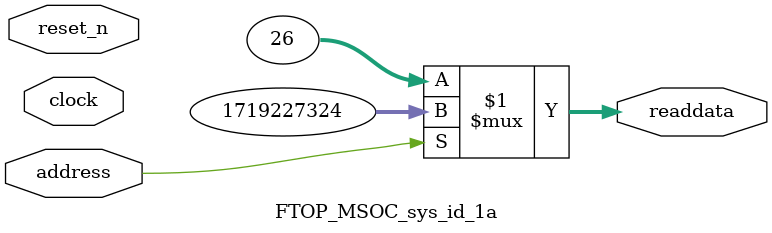
<source format=v>



// synthesis translate_off
`timescale 1ns / 1ps
// synthesis translate_on

// turn off superfluous verilog processor warnings 
// altera message_level Level1 
// altera message_off 10034 10035 10036 10037 10230 10240 10030 

module FTOP_MSOC_sys_id_1a (
               // inputs:
                address,
                clock,
                reset_n,

               // outputs:
                readdata
             )
;

  output  [ 31: 0] readdata;
  input            address;
  input            clock;
  input            reset_n;

  wire    [ 31: 0] readdata;
  //control_slave, which is an e_avalon_slave
  assign readdata = address ? 1719227324 : 26;

endmodule



</source>
